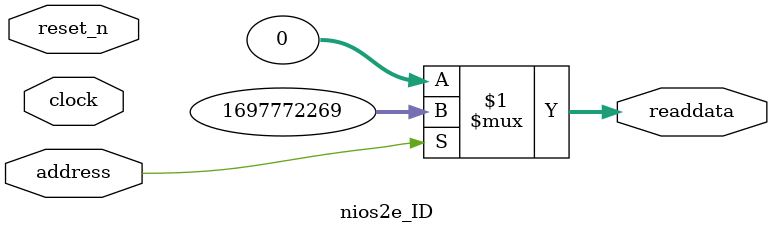
<source format=v>



// synthesis translate_off
`timescale 1ns / 1ps
// synthesis translate_on

// turn off superfluous verilog processor warnings 
// altera message_level Level1 
// altera message_off 10034 10035 10036 10037 10230 10240 10030 

module nios2e_ID (
               // inputs:
                address,
                clock,
                reset_n,

               // outputs:
                readdata
             )
;

  output  [ 31: 0] readdata;
  input            address;
  input            clock;
  input            reset_n;

  wire    [ 31: 0] readdata;
  //control_slave, which is an e_avalon_slave
  assign readdata = address ? 1697772269 : 0;

endmodule



</source>
